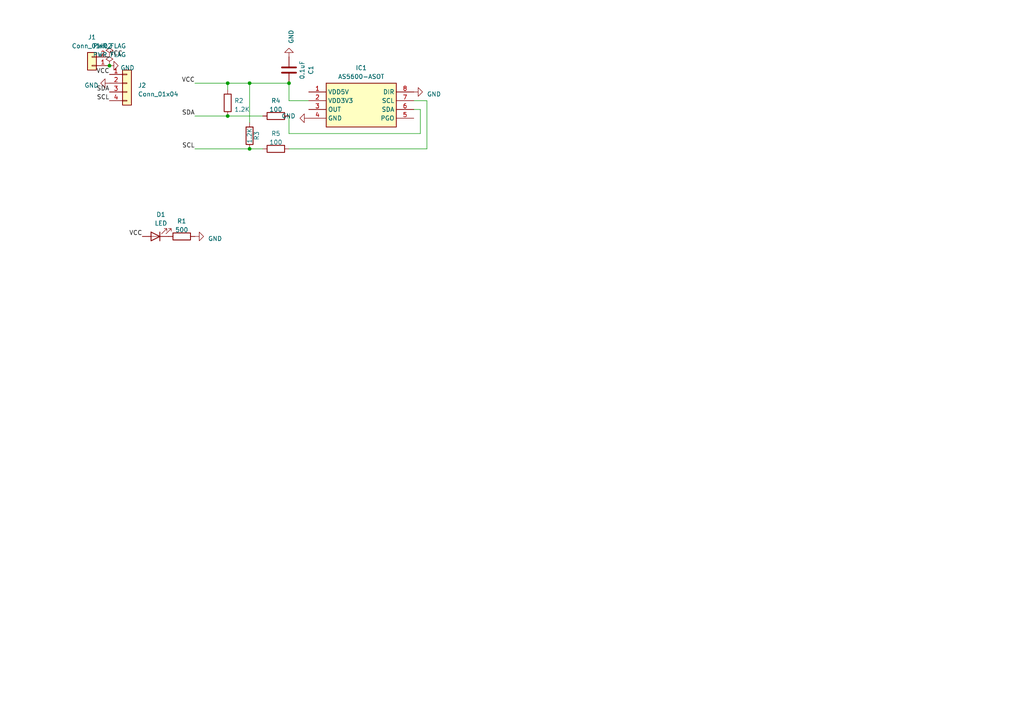
<source format=kicad_sch>
(kicad_sch (version 20230121) (generator eeschema)
  (paper "A4")
  (lib_symbols
    (symbol "AS5600-ASOT:AS5600-ASOT"
      (property "Reference" "IC" (at 26.67 7.62 0))
      (property "Value" "AS5600-ASOT" (at 26.67 5.08 0))
      (symbol "AS5600-ASOT_1_1"
        (rectangle (start 5.08 2.54) (end 25.4 -10.16) (stroke (width 0.254)) (fill (type background)))
        (pin passive line (at 0 0 0) (length 5.08) (name "VDD5V") (number "1"))
        (pin passive line (at 0 -2.54 0) (length 5.08) (name "VDD3V3") (number "2"))
        (pin passive line (at 0 -5.08 0) (length 5.08) (name "OUT") (number "3"))
        (pin passive line (at 0 -7.62 0) (length 5.08) (name "GND") (number "4"))
        (pin passive line (at 30.48 -7.62 180) (length 5.08) (name "PGO") (number "5"))
        (pin passive line (at 30.48 -5.08 180) (length 5.08) (name "SDA") (number "6"))
        (pin passive line (at 30.48 -2.54 180) (length 5.08) (name "SCL") (number "7"))
        (pin passive line (at 30.48 0 180) (length 5.08) (name "DIR") (number "8"))
      )
    )
    (symbol "Connector_Generic:Conn_01x02" (pin_names (offset 1.016) hide)
      (property "Reference" "J" (at 0 2.54 0))
      (property "Value" "Conn_01x02" (at 0 -5.08 0))
      (symbol "Conn_01x02_1_1"
        (rectangle (start -1.27 -2.413) (end 0 -2.667) (stroke (width 0.1524)))
        (rectangle (start -1.27 0.127) (end 0 -0.127) (stroke (width 0.1524)))
        (rectangle (start -1.27 1.27) (end 1.27 -3.81) (stroke (width 0.254)) (fill (type background)))
        (pin passive line (at -5.08 0 0) (length 3.81) (name "Pin_1") (number "1"))
        (pin passive line (at -5.08 -2.54 0) (length 3.81) (name "Pin_2") (number "2"))
      )
    )
    (symbol "Connector_Generic:Conn_01x04" (pin_names (offset 1.016) hide)
      (property "Reference" "J" (at 0 5.08 0))
      (property "Value" "Conn_01x04" (at 0 -7.62 0))
      (symbol "Conn_01x04_1_1"
        (rectangle (start -1.27 -4.953) (end 0 -5.207) (stroke (width 0.1524)))
        (rectangle (start -1.27 -2.413) (end 0 -2.667) (stroke (width 0.1524)))
        (rectangle (start -1.27 0.127) (end 0 -0.127) (stroke (width 0.1524)))
        (rectangle (start -1.27 2.667) (end 0 2.413) (stroke (width 0.1524)))
        (rectangle (start -1.27 3.81) (end 1.27 -6.35) (stroke (width 0.254)) (fill (type background)))
        (pin passive line (at -5.08 2.54 0) (length 3.81) (name "Pin_1") (number "1"))
        (pin passive line (at -5.08 0 0) (length 3.81) (name "Pin_2") (number "2"))
        (pin passive line (at -5.08 -2.54 0) (length 3.81) (name "Pin_3") (number "3"))
        (pin passive line (at -5.08 -5.08 0) (length 3.81) (name "Pin_4") (number "4"))
      )
    )
    (symbol "Device:C" (pin_numbers hide) (pin_names (offset 0.254))
      (property "Reference" "C" (at 0.635 2.54 0))
      (property "Value" "C" (at 0.635 -2.54 0))
      (symbol "C_0_1"
        (polyline (pts (xy -2.032 -0.762) (xy 2.032 -0.762)) (stroke (width 0.508)))
        (polyline (pts (xy -2.032 0.762) (xy 2.032 0.762)) (stroke (width 0.508)))
      )
      (symbol "C_1_1"
        (pin passive line (at 0 3.81 270) (length 2.794) (name "~") (number "1"))
        (pin passive line (at 0 -3.81 90) (length 2.794) (name "~") (number "2"))
      )
    )
    (symbol "Device:LED" (pin_numbers hide) (pin_names (offset 1.016) hide)
      (property "Reference" "D" (at 0 2.54 0))
      (property "Value" "LED" (at 0 -2.54 0))
      (symbol "LED_0_1"
        (polyline (pts (xy -1.27 -1.27) (xy -1.27 1.27)) (stroke (width 0.254)))
        (polyline (pts (xy -1.27 0) (xy 1.27 0)))
        (polyline (pts (xy 1.27 -1.27) (xy 1.27 1.27) (xy -1.27 0) (xy 1.27 -1.27)) (stroke (width 0.254)))
        (polyline (pts (xy -3.048 -0.762) (xy -4.572 -2.286) (xy -3.81 -2.286) (xy -4.572 -2.286) (xy -4.572 -1.524)))
        (polyline (pts (xy -1.778 -0.762) (xy -3.302 -2.286) (xy -2.54 -2.286) (xy -3.302 -2.286) (xy -3.302 -1.524)))
      )
      (symbol "LED_1_1"
        (pin passive line (at -3.81 0 0) (length 2.54) (name "K") (number "1"))
        (pin passive line (at 3.81 0 180) (length 2.54) (name "A") (number "2"))
      )
    )
    (symbol "Device:R" (pin_numbers hide) (pin_names (offset 0))
      (property "Reference" "R" (at 2.032 0 90))
      (property "Value" "R" (at 0 0 90))
      (symbol "R_0_1"
        (rectangle (start -1.016 -2.54) (end 1.016 2.54) (stroke (width 0.254)))
      )
      (symbol "R_1_1"
        (pin passive line (at 0 3.81 270) (length 1.27) (name "~") (number "1"))
        (pin passive line (at 0 -3.81 90) (length 1.27) (name "~") (number "2"))
      )
    )
    (symbol "power:GND" (power) (pin_names (offset 0))
      (property "Value" "GND" (at 0 -3.81 0))
      (symbol "GND_0_1"
        (polyline (pts (xy 0 0) (xy 0 -1.27) (xy 1.27 -1.27) (xy 0 -2.54) (xy -1.27 -1.27) (xy 0 -1.27)))
      )
      (symbol "GND_1_1"
        (pin power_in line (at 0 0 270) (length 0) hide (name "GND") (number "1"))
      )
    )
    (symbol "power:PWR_FLAG" (power) (pin_numbers hide) (pin_names (offset 0) hide)
      (property "Value" "PWR_FLAG" (at 0 3.81 0))
      (symbol "PWR_FLAG_0_0"
        (pin power_out line (at 0 0 90) (length 0) (name "pwr") (number "1"))
      )
      (symbol "PWR_FLAG_0_1"
        (polyline (pts (xy 0 0) (xy 0 1.27) (xy -1.016 1.905) (xy 0 2.54) (xy 1.016 1.905) (xy 0 1.27)))
      )
    )
  )
  (junction (at 83.82 24.13))
  (junction (at 72.39 43.18))
  (junction (at 72.39 24.13))
  (junction (at 66.04 33.655))
  (junction (at 31.75 19.05))
  (junction (at 66.04 24.13))
  (wire (pts (xy 72.39 43.18) (xy 76.2 43.18)))
  (wire (pts (xy 120.015 31.75) (xy 121.92 31.75)))
  (wire (pts (xy 83.82 33.655) (xy 83.82 38.735)))
  (wire (pts (xy 66.04 24.13) (xy 66.04 26.035)))
  (wire (pts (xy 120.015 29.21) (xy 123.825 29.21)))
  (wire (pts (xy 123.825 43.18) (xy 123.825 29.21)))
  (wire (pts (xy 72.39 24.13) (xy 83.82 24.13)))
  (wire (pts (xy 56.515 33.655) (xy 66.04 33.655)))
  (wire (pts (xy 83.82 43.18) (xy 123.825 43.18)))
  (wire (pts (xy 83.82 24.13) (xy 83.82 29.21)))
  (wire (pts (xy 121.92 38.735) (xy 121.92 31.75)))
  (wire (pts (xy 56.515 24.13) (xy 66.04 24.13)))
  (wire (pts (xy 66.04 33.655) (xy 76.2 33.655)))
  (wire (pts (xy 72.39 24.13) (xy 72.39 35.56)))
  (wire (pts (xy 83.82 38.735) (xy 121.92 38.735)))
  (wire (pts (xy 56.515 43.18) (xy 72.39 43.18)))
  (wire (pts (xy 83.82 29.21) (xy 89.535 29.21)))
  (wire (pts (xy 66.04 24.13) (xy 72.39 24.13)))
  (label "VCC" (at 41.275 68.58 180))
  (label "VCC" (at 31.75 16.51 0))
  (label "SDA" (at 31.75 26.67 180))
  (label "SCL" (at 56.515 43.18 180))
  (label "VCC" (at 31.75 21.59 180))
  (label "SDA" (at 56.515 33.655 180))
  (label "SCL" (at 31.75 29.21 180))
  (label "VCC" (at 56.515 24.13 180))
  (symbol (lib_id "Device:R") (at 80.01 33.655 90) (unit 1)
    (property "Reference" "R4" (at 80.01 29.21 90))
    (property "Value" "100" (at 80.01 31.75 90))
    (property "Footprint" "Resistor_SMD:R_0402_1005Metric" (effects hide))
  )
  (symbol (lib_id "Device:R") (at 66.04 29.845 0) (unit 1)
    (property "Reference" "R2" (at 67.945 29.21 0) (effects (justify left)))
    (property "Value" "1.2K" (at 67.945 31.75 0) (effects (justify left)))
    (property "Footprint" "Resistor_SMD:R_0402_1005Metric" (effects hide))
  )
  (symbol (lib_id "power:GND") (at 83.82 16.51 180) (unit 1)
    (property "Reference" "#PWR06" (effects hide))
    (property "Value" "GND" (at 84.455 12.7 90) (effects (justify right)))
  )
  (symbol (lib_id "power:GND") (at 31.75 19.05 90) (unit 1)
    (property "Reference" "#PWR04" (effects hide))
    (property "Value" "GND" (at 34.925 19.685 90) (effects (justify right)))
  )
  (symbol (lib_id "power:GND") (at 120.015 26.67 90) (unit 1)
    (property "Reference" "#PWR03" (effects hide))
    (property "Value" "GND" (at 123.825 27.305 90) (effects (justify right)))
  )
  (symbol (lib_id "Device:R") (at 80.01 43.18 90) (unit 1)
    (property "Reference" "R5" (at 80.01 38.735 90))
    (property "Value" "100" (at 80.01 41.275 90))
    (property "Footprint" "Resistor_SMD:R_0402_1005Metric" (effects hide))
  )
  (symbol (lib_id "power:GND") (at 56.515 68.58 90) (unit 1)
    (property "Reference" "#PWR01" (effects hide))
    (property "Value" "GND" (at 60.325 69.215 90) (effects (justify right)))
  )
  (symbol (lib_id "AS5600-ASOT:AS5600-ASOT") (at 89.535 26.67 0) (unit 1)
    (property "Reference" "IC1" (at 104.775 19.685 0))
    (property "Value" "AS5600-ASOT" (at 104.775 22.225 0))
    (property "Footprint" "Package_SO:SOIC-8_3.9x4.9mm_P1.27mm" (effects hide))
    (property "Datasheet" "https://datasheet.datasheetarchive.com/originals/distributors/DKDS-11/214624.pdf" (effects hide))
    (property "Height" "1.75" (effects hide))
    (property "Manufacturer_Name" "ams OSRAM" (effects hide))
    (property "Manufacturer_Part_Number" "AS5600-ASOT" (effects hide))
    (property "Mouser Part Number" "985-AS5600-ASOT" (effects hide))
    (property "Mouser Price/Stock" "https://www.mouser.co.uk/ProductDetail/ams-OSRAM/AS5600-ASOT?qs=KTMMzrZdriGJpjhsnAEYBA%3D%3D" (effects hide))
    (property "Arrow Part Number" "AS5600-ASOT" (effects hide))
    (property "Arrow Price/Stock" "https://www.arrow.com/en/products/as5600-asot/ams-osram?region=nac" (effects hide))
  )
  (symbol (lib_id "power:GND") (at 89.535 34.29 270) (unit 1)
    (property "Reference" "#PWR02" (effects hide))
    (property "Value" "GND" (at 85.725 33.655 90) (effects (justify right)))
  )
  (symbol (lib_id "Connector_Generic:Conn_01x04") (at 36.83 24.13 0) (unit 1)
    (property "Reference" "J2" (at 40.005 24.765 0) (effects (justify left)))
    (property "Value" "Conn_01x04" (at 40.005 27.305 0) (effects (justify left)))
    (property "Footprint" "Connector_PinHeader_2.54mm:PinHeader_1x04_P2.54mm_Horizontal" (effects hide))
  )
  (symbol (lib_id "Connector_Generic:Conn_01x02") (at 26.67 19.05 180) (unit 1)
    (property "Reference" "J1" (at 26.67 10.795 0))
    (property "Value" "Conn_01x02" (at 26.67 13.335 0))
    (property "Footprint" "Connector_PinHeader_2.54mm:PinHeader_1x02_P2.54mm_Horizontal" (effects hide))
  )
  (symbol (lib_id "power:PWR_FLAG") (at 31.75 16.51 0) (unit 1)
    (property "Reference" "#FLG01" (effects hide))
    (property "Value" "PWR_FLAG" (at 31.75 13.335 0))
  )
  (symbol (lib_id "Device:LED") (at 45.085 68.58 180) (unit 1)
    (property "Reference" "D1" (at 46.6725 62.23 0))
    (property "Value" "LED" (at 46.6725 64.77 0))
    (property "Footprint" "LED_SMD:LED_0603_1608Metric" (effects hide))
  )
  (symbol (lib_id "power:PWR_FLAG") (at 31.75 19.05 0) (unit 1)
    (property "Reference" "#FLG02" (effects hide))
    (property "Value" "PWR_FLAG" (at 31.75 15.875 0))
  )
  (symbol (lib_id "power:GND") (at 31.75 24.13 270) (unit 1)
    (property "Reference" "#PWR05" (effects hide))
    (property "Value" "GND" (at 28.575 24.765 90) (effects (justify right)))
  )
  (symbol (lib_id "Device:R") (at 52.705 68.58 90) (unit 1)
    (property "Reference" "R1" (at 52.705 64.135 90))
    (property "Value" "500" (at 52.705 66.675 90))
    (property "Footprint" "Resistor_SMD:R_0402_1005Metric" (effects hide))
  )
  (symbol (lib_id "Device:R") (at 72.39 39.37 0) (unit 1)
    (property "Reference" "R3" (at 74.422 39.37 90))
    (property "Value" "1.2K" (at 72.39 39.37 90))
    (property "Footprint" "Resistor_SMD:R_0402_1005Metric" (effects hide))
  )
  (symbol (lib_id "Device:C") (at 83.82 20.32 0) (unit 1)
    (property "Reference" "C1" (at 90.17 20.32 90))
    (property "Value" "0.1uF" (at 87.63 20.32 90))
    (property "Footprint" "Capacitor_SMD:C_0402_1005Metric" (effects hide))
  )
)
</source>
